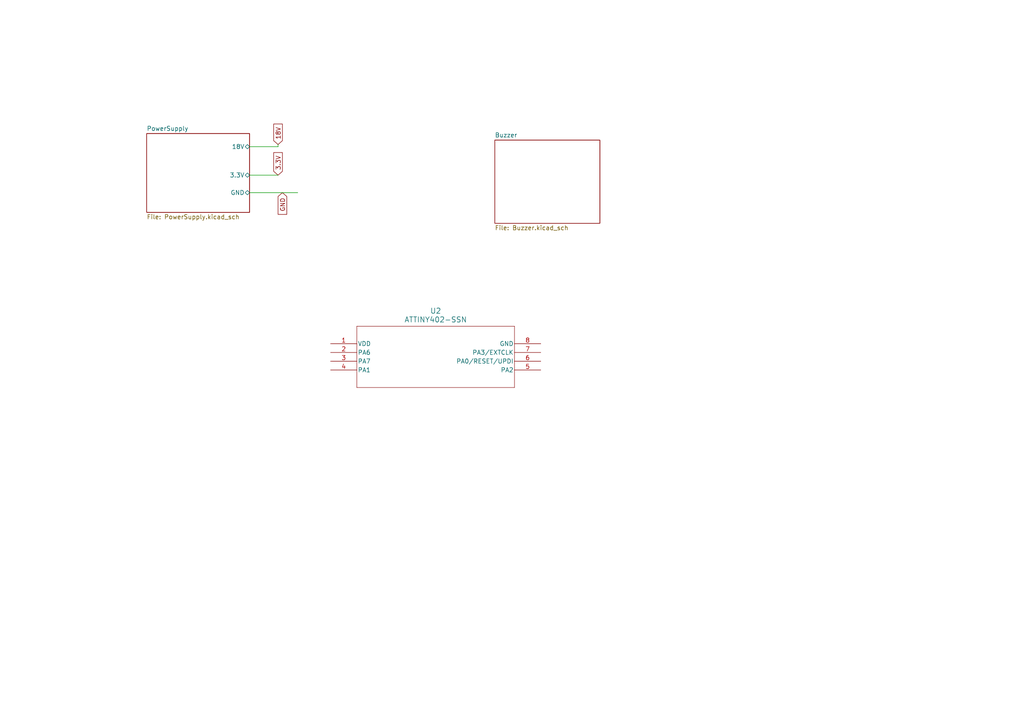
<source format=kicad_sch>
(kicad_sch (version 20230121) (generator eeschema)
  (paper "A4")
  (lib_symbols
    (symbol "ProjMCU:ATTINY402-SSN" (pin_names (offset 0.254))
      (property "Reference" "U" (at 30.48 10.16 0))
      (property "Value" "ATTINY402-SSN" (at 30.48 7.62 0))
      (symbol "ATTINY402-SSN_0_1"
        (polyline (pts (xy 7.62 -12.7) (xy 53.34 -12.7)) (stroke (width 0.127)))
        (polyline (pts (xy 7.62 5.08) (xy 7.62 -12.7)) (stroke (width 0.127)))
        (polyline (pts (xy 53.34 -12.7) (xy 53.34 5.08)) (stroke (width 0.127)))
        (polyline (pts (xy 53.34 5.08) (xy 7.62 5.08)) (stroke (width 0.127)))
        (pin power_in line (at 0 0 0) (length 7.62) (name "VDD") (number "1"))
        (pin bidirectional line (at 0 -2.54 0) (length 7.62) (name "PA6") (number "2"))
        (pin bidirectional line (at 0 -5.08 0) (length 7.62) (name "PA7") (number "3"))
        (pin bidirectional line (at 0 -7.62 0) (length 7.62) (name "PA1") (number "4"))
        (pin bidirectional line (at 60.96 -7.62 180) (length 7.62) (name "PA2") (number "5"))
        (pin bidirectional line (at 60.96 -5.08 180) (length 7.62) (name "PA0/RESET/UPDI") (number "6"))
        (pin bidirectional line (at 60.96 -2.54 180) (length 7.62) (name "PA3/EXTCLK") (number "7"))
        (pin power_out line (at 60.96 0 180) (length 7.62) (name "GND") (number "8"))
      )
    )
  )
  (wire (pts (xy 80.645 42.545) (xy 80.645 41.91)))
  (wire (pts (xy 72.39 55.88) (xy 86.36 55.88)))
  (wire (pts (xy 72.39 42.545) (xy 80.645 42.545)))
  (wire (pts (xy 72.39 50.8) (xy 80.645 50.8)))
  (global_label "GND" (shape input) (at 81.915 55.88 270) (property "Intersheetrefs" "${INTERSHEET_REFS}" (effects hide)))
  (global_label "18V" (shape input) (at 80.645 41.91 90) (property "Intersheetrefs" "${INTERSHEET_REFS}" (effects hide)))
  (global_label "3.3V" (shape input) (at 80.645 50.8 90) (property "Intersheetrefs" "${INTERSHEET_REFS}" (effects hide)))
  (symbol (lib_id "ProjMCU:ATTINY402-SSN") (at 95.885 99.695 0) (unit 1)
    (property "Reference" "U2" (at 126.365 90.17 0) (effects (font (size 1.524 1.524))))
    (property "Value" "ATTINY402-SSN" (at 126.365 92.71 0) (effects (font (size 1.524 1.524))))
    (property "Datasheet" "ATTINY402-SSN" (effects hide))
  )
  (sheet (at 42.545 38.735) (size 29.845 22.86) (stroke (width 0.1524))
    (property "Sheetname" "PowerSupply" (at 42.545 38.0234 0) (effects (justify left bottom)))
    (property "Sheetfile" "PowerSupply.kicad_sch" (at 42.545 62.1796 0) (effects (justify left top)))
    (pin "GND" bidirectional (at 72.39 55.88 0))
    (pin "18V" bidirectional (at 72.39 42.545 0))
    (pin "3.3V" bidirectional (at 72.39 50.8 0))
  )
  (sheet (at 143.51 40.64) (size 30.48 24.13) (stroke (width 0.1524))
    (property "Sheetname" "Buzzer" (at 143.51 39.9284 0) (effects (justify left bottom)))
    (property "Sheetfile" "Buzzer.kicad_sch" (at 143.51 65.3546 0) (effects (justify left top)))
  )
)
</source>
